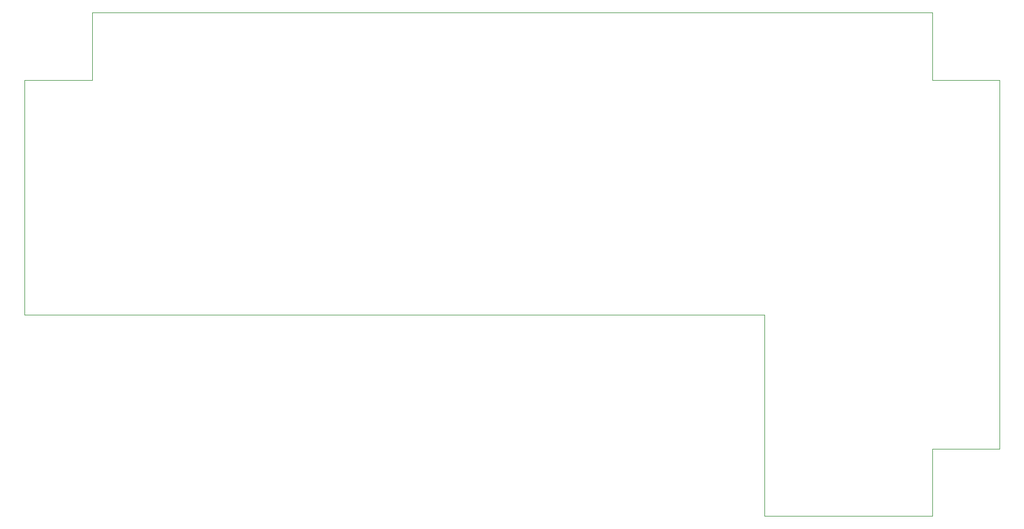
<source format=gbr>
%TF.GenerationSoftware,KiCad,Pcbnew,(7.0.0)*%
%TF.CreationDate,2024-03-10T11:48:43+01:00*%
%TF.ProjectId,bed-smart-plug,6265642d-736d-4617-9274-2d706c75672e,rev?*%
%TF.SameCoordinates,Original*%
%TF.FileFunction,Profile,NP*%
%FSLAX46Y46*%
G04 Gerber Fmt 4.6, Leading zero omitted, Abs format (unit mm)*
G04 Created by KiCad (PCBNEW (7.0.0)) date 2024-03-10 11:48:43*
%MOMM*%
%LPD*%
G01*
G04 APERTURE LIST*
%TA.AperFunction,Profile*%
%ADD10C,0.100000*%
%TD*%
G04 APERTURE END LIST*
D10*
X214400000Y-61100000D02*
X224400000Y-61100000D01*
X224400000Y-116100000D01*
X214400000Y-116100000D01*
X214400000Y-126100000D01*
X189400000Y-126100000D01*
X189400000Y-96100000D01*
X79400000Y-96100000D01*
X79400000Y-61100000D01*
X89400000Y-61100000D01*
X89400000Y-51100000D01*
X214400000Y-51100000D01*
X214400000Y-61100000D01*
M02*

</source>
